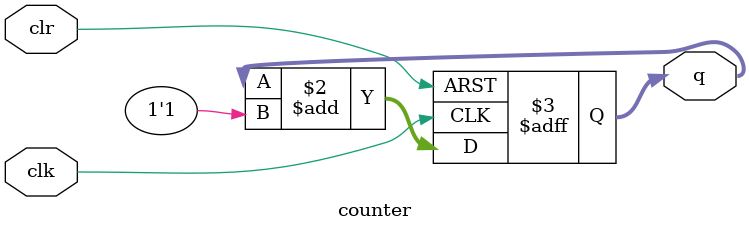
<source format=v>

module testbench();
  wire [3:0] q;
  reg        clr, clk, enable;

  counter uut(q, clr, clk);

  always @(clk)
    if (enable)
      #1 clk <= !clk;

  initial begin
    enable <= 1;
    clk <= 0;
    clr <= 1;
    #2;
    clr <= 0;
    #7;
    enable <= 0;
    if (q == 4'b0011)
      $display("PASSED");
    else
      $display("FAILED -- counter not correct (%d)", q);
  end

endmodule // testbench

module counter(q, clr, clk);
  output [3:0] q;
  input clr, clk;
  reg [3:0] q;

  always @(posedge clk or posedge clr)
    if (clr)
      q <= 4'b0000;
    else
      q <= q + 1'b1;

endmodule // counter

</source>
